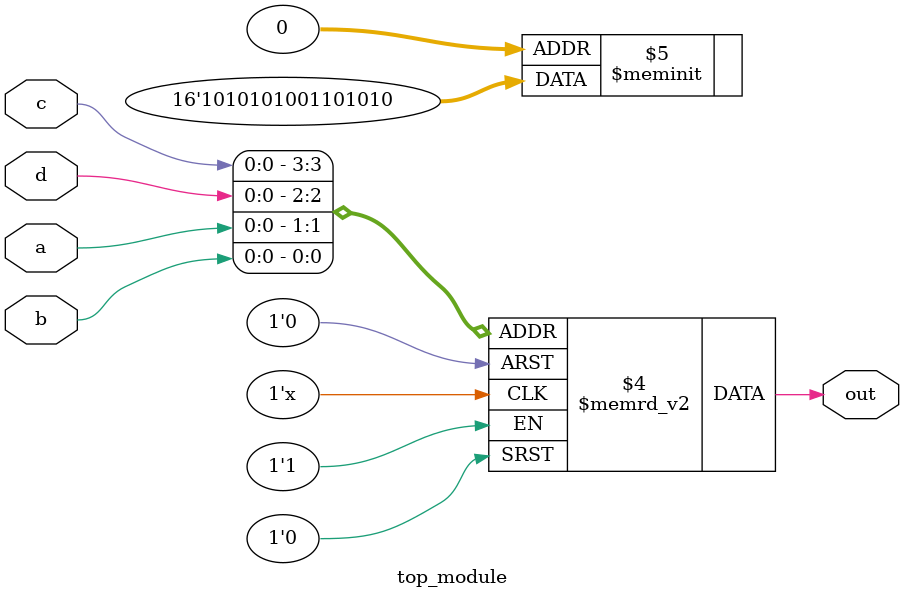
<source format=sv>
module top_module (
    input a, 
    input b,
    input c,
    input d,
    output reg out
);

always@(a, b, c, d)
begin
    case ({c, d, a, b})
        4'b0000: out = 1'b0;
        4'b0001: out = 1'b1;
        4'b0011: out = 1'b1; // Corrected value
        4'b0010: out = 1'b0; // Corrected value
        4'b0110: out = 1'b1;
        4'b0111: out = 1'b0;
        4'b1111: out = 1'b1; // Corrected value
        4'b1110: out = 1'b0; // Corrected value
        4'b1010: out = 1'b0;
        4'b1011: out = 1'b1;
        4'b1001: out = 1'b1;
        4'b1000: out = 1'b0;
        4'b0100: out = 1'b0;
        4'b0101: out = 1'b1;
        4'b1101: out = 1'b1;
        4'b1100: out = 1'b0;
        default: out = 1'b0;
    endcase
end

endmodule

</source>
